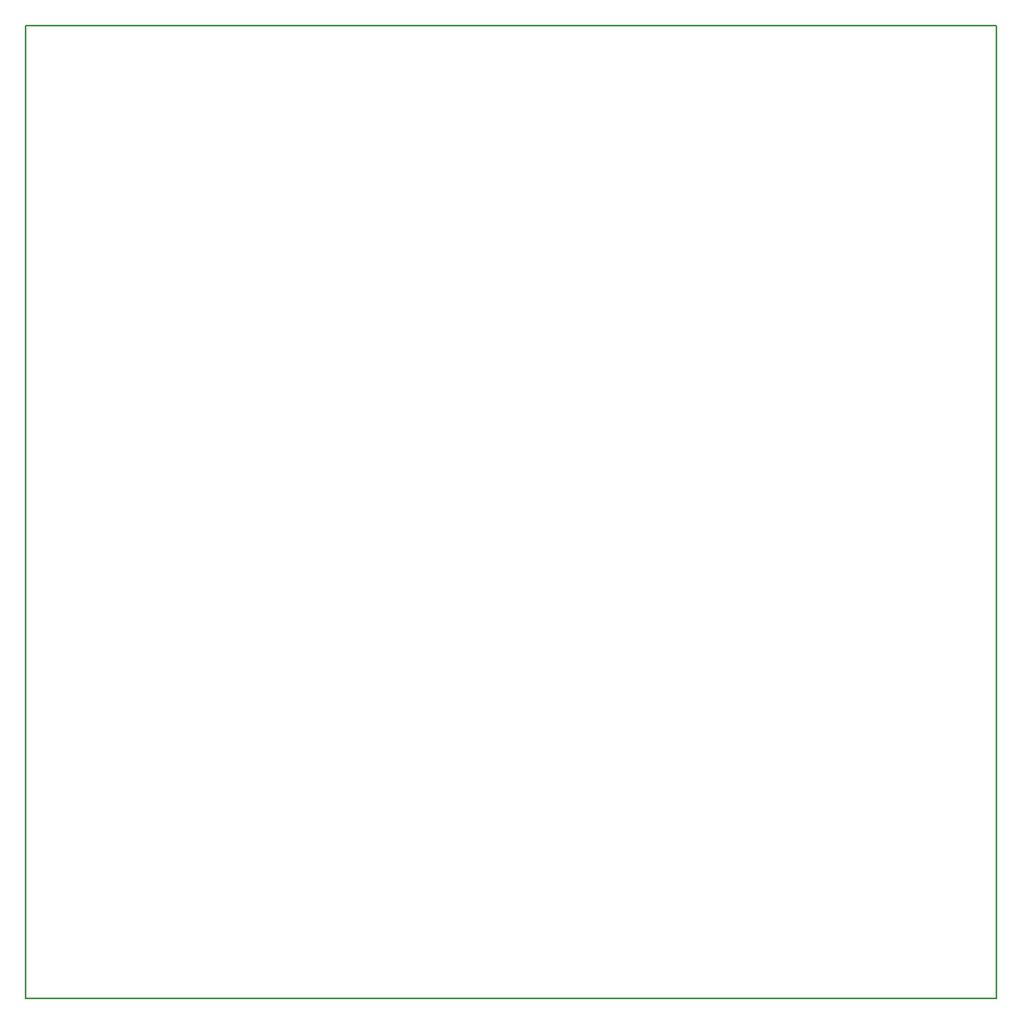
<source format=gm1>
G04 MADE WITH FRITZING*
G04 WWW.FRITZING.ORG*
G04 DOUBLE SIDED*
G04 HOLES PLATED*
G04 CONTOUR ON CENTER OF CONTOUR VECTOR*
%ASAXBY*%
%FSLAX23Y23*%
%MOIN*%
%OFA0B0*%
%SFA1.0B1.0*%
%ADD10R,3.929600X3.937010*%
%ADD11C,0.008000*%
%ADD10C,0.008*%
%LNCONTOUR*%
G90*
G70*
G54D10*
G54D11*
X4Y3933D02*
X3926Y3933D01*
X3926Y4D01*
X4Y4D01*
X4Y3933D01*
D02*
G04 End of contour*
M02*
</source>
